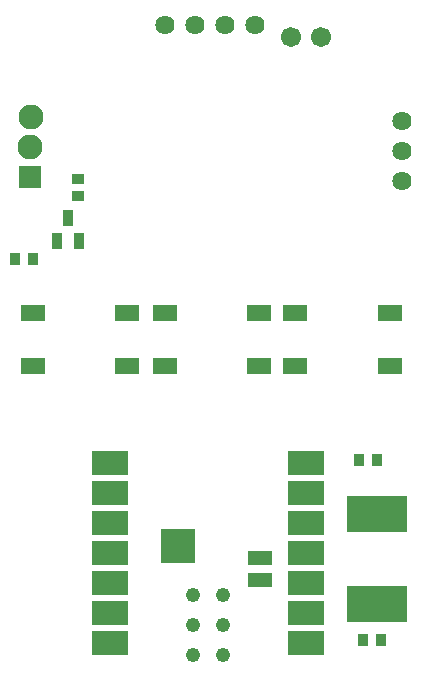
<source format=gts>
G04 Layer: TopSolderMaskLayer*
G04 EasyEDA v6.5.54, 2026-02-22 17:32:45*
G04 e233b9f1ef234a97b5ee563acf566a9e,b016eb778fe0479d964383eb0b581ccc,10*
G04 Gerber Generator version 0.2*
G04 Scale: 100 percent, Rotated: No, Reflected: No *
G04 Dimensions in millimeters *
G04 leading zeros omitted , absolute positions ,4 integer and 5 decimal *
%FSLAX45Y45*%
%MOMM*%

%AMMACRO1*4,1,8,-0.3711,-0.6759,-0.4008,-0.6459,-0.4008,0.6462,-0.3711,0.6759,0.3708,0.6759,0.4008,0.6462,0.4008,-0.6459,0.3708,-0.6759,-0.3711,-0.6759,0*%
%AMMACRO2*4,1,8,-0.4531,-0.454,-0.4829,-0.4241,-0.4829,0.4243,-0.4531,0.454,0.4529,0.454,0.4829,0.4243,0.4829,-0.4241,0.4529,-0.454,-0.4531,-0.454,0*%
%AMMACRO3*4,1,8,-0.4243,-0.4829,-0.454,-0.4529,-0.454,0.4531,-0.4243,0.4829,0.4241,0.4829,0.454,0.4531,0.454,-0.4529,0.4241,-0.4829,-0.4243,-0.4829,0*%
%AMMACRO4*4,1,8,-2.5213,-1.5511,-2.551,-1.5211,-2.551,1.5213,-2.5213,1.5511,2.5211,1.5511,2.551,1.5213,2.551,-1.5211,2.5211,-1.5511,-2.5213,-1.5511,0*%
%AMMACRO5*4,1,8,-1.0211,-0.6509,-1.0508,-0.6209,-1.0508,0.6212,-1.0211,0.6509,1.0208,0.6509,1.0508,0.6212,1.0508,-0.6209,1.0208,-0.6509,-1.0211,-0.6509,0*%
%AMMACRO6*4,1,8,-1.421,-1.4508,-1.4507,-1.4209,-1.4507,1.4211,-1.421,1.4508,1.4207,1.4508,1.4507,1.4211,1.4507,-1.4209,1.4207,-1.4508,-1.421,-1.4508,0*%
%AMMACRO7*4,1,8,-1.0211,-0.5508,-1.0508,-0.5208,-1.0508,0.5211,-1.0211,0.5508,1.0208,0.5508,1.0508,0.5211,1.0508,-0.5208,1.0208,-0.5508,-1.0211,-0.5508,0*%
%AMMACRO8*4,1,8,-1.5213,-1.0511,-1.5511,-1.0211,-1.5511,1.0213,-1.5213,1.0511,1.5211,1.0511,1.5511,1.0213,1.5511,-1.0211,1.5211,-1.0511,-1.5213,-1.0511,0*%
%AMMACRO9*4,1,8,-0.9228,-0.9524,-0.9525,-0.9224,-0.9525,0.9227,-0.9228,0.9524,0.9225,0.9524,0.9525,0.9227,0.9525,-0.9224,0.9225,-0.9524,-0.9228,-0.9524,0*%
%ADD10MACRO1*%
%ADD11MACRO2*%
%ADD12MACRO3*%
%ADD13C,1.6256*%
%ADD14MACRO4*%
%ADD15MACRO5*%
%ADD16MACRO6*%
%ADD17C,0.0134*%
%ADD18MACRO7*%
%ADD19MACRO8*%
%ADD20C,1.2446*%
%ADD21C,1.7016*%
%ADD22C,2.1082*%
%ADD23MACRO9*%

%LPD*%
D10*
G01*
X8490203Y8612200D03*
G01*
X8680196Y8612200D03*
G01*
X8585200Y8812199D03*
D11*
G01*
X8674100Y9143123D03*
G01*
X8674100Y8992476D03*
D12*
G01*
X8292223Y8458200D03*
G01*
X8141576Y8458200D03*
G01*
X11087976Y5232400D03*
G01*
X11238623Y5232400D03*
G01*
X11049876Y6756400D03*
G01*
X11200523Y6756400D03*
D13*
G01*
X9407301Y10439400D03*
G01*
X9661301Y10439400D03*
G01*
X9915301Y10439400D03*
G01*
X10169301Y10439400D03*
D14*
G01*
X11201412Y6299187D03*
G01*
X11201412Y5537187D03*
D15*
G01*
X8286800Y8004975D03*
G01*
X8286800Y7554988D03*
G01*
X9086799Y7554988D03*
G01*
X9086799Y8004975D03*
G01*
X9404400Y8004975D03*
G01*
X9404400Y7554988D03*
G01*
X10204399Y7554988D03*
G01*
X10204399Y8004975D03*
G01*
X10509300Y8004975D03*
G01*
X10509300Y7554988D03*
G01*
X11309299Y7554988D03*
G01*
X11309299Y8004975D03*
D13*
G01*
X11417300Y9626600D03*
G01*
X11417300Y9372600D03*
G01*
X11417300Y9118600D03*
D16*
G01*
X9518891Y6032500D03*
D18*
G01*
X10213390Y5740412D03*
G01*
X10213390Y5930912D03*
D19*
G01*
X10598899Y5207000D03*
G01*
X10598899Y5461000D03*
G01*
X10598899Y5715000D03*
G01*
X10598899Y5969000D03*
G01*
X10598899Y6223000D03*
G01*
X10598899Y6477000D03*
G01*
X10598899Y6731000D03*
G01*
X8938907Y6731000D03*
G01*
X8938907Y6477000D03*
G01*
X8938907Y6223000D03*
G01*
X8938907Y5969000D03*
G01*
X8938907Y5715000D03*
G01*
X8938907Y5461000D03*
G01*
X8938907Y5207000D03*
D20*
G01*
X9641913Y5105400D03*
G01*
X9641913Y5359400D03*
G01*
X9895913Y5359400D03*
G01*
X9895913Y5105400D03*
G01*
X9895888Y5613400D03*
G01*
X9641888Y5613400D03*
D21*
G01*
X10731500Y10337800D03*
G01*
X10477500Y10337800D03*
D22*
G01*
X8269757Y9665462D03*
G01*
X8267471Y9409176D03*
D23*
G01*
X8265642Y9155925D03*
M02*

</source>
